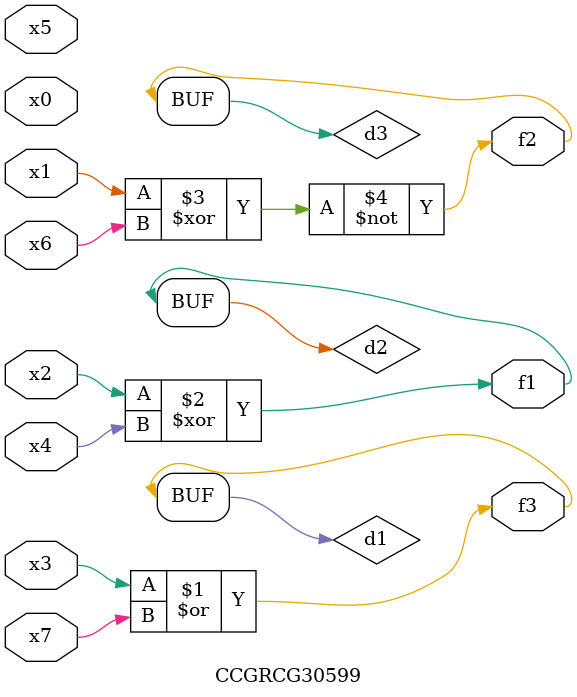
<source format=v>
module CCGRCG30599(
	input x0, x1, x2, x3, x4, x5, x6, x7,
	output f1, f2, f3
);

	wire d1, d2, d3;

	or (d1, x3, x7);
	xor (d2, x2, x4);
	xnor (d3, x1, x6);
	assign f1 = d2;
	assign f2 = d3;
	assign f3 = d1;
endmodule

</source>
